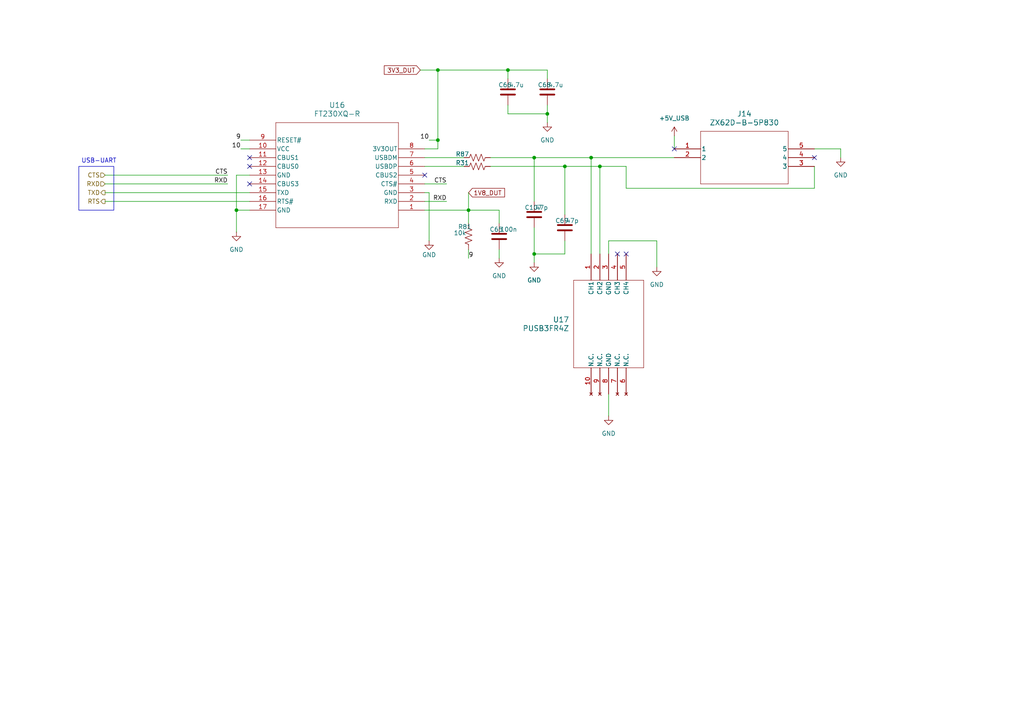
<source format=kicad_sch>
(kicad_sch (version 20231120) (generator "eeschema") (generator_version "8.0")
  (paper "A4")
  (lib_symbols
    (symbol "Device:C" (pin_numbers hide) (pin_names (offset 0.254))
      (property "Reference" "C" (at 0.635 2.54 0))
      (property "Value" "C" (at 0.635 -2.54 0))
      (symbol "C_0_1"
        (polyline (pts (xy -2.032 -0.762) (xy 2.032 -0.762)) (stroke (width 0.508)))
        (polyline (pts (xy -2.032 0.762) (xy 2.032 0.762)) (stroke (width 0.508)))
      )
      (symbol "C_1_1"
        (pin passive line (at 0 3.81 270) (length 2.794) (name "~") (number "1"))
        (pin passive line (at 0 -3.81 90) (length 2.794) (name "~") (number "2"))
      )
    )
    (symbol "Device:R_US" (pin_numbers hide) (pin_names (offset 0))
      (property "Reference" "R" (at 2.54 0 90))
      (property "Value" "R_US" (at -2.54 0 90))
      (symbol "R_US_0_1"
        (polyline (pts (xy 0 -2.286) (xy 0 -2.54)))
        (polyline (pts (xy 0 2.286) (xy 0 2.54)))
        (polyline (pts (xy 0 -0.762) (xy 1.016 -1.143) (xy 0 -1.524) (xy -1.016 -1.905) (xy 0 -2.286)))
        (polyline (pts (xy 0 0.762) (xy 1.016 0.381) (xy 0 0) (xy -1.016 -0.381) (xy 0 -0.762)))
        (polyline (pts (xy 0 2.286) (xy 1.016 1.905) (xy 0 1.524) (xy -1.016 1.143) (xy 0 0.762)))
      )
      (symbol "R_US_1_1"
        (pin passive line (at 0 3.81 270) (length 1.27) (name "~") (number "1"))
        (pin passive line (at 0 -3.81 90) (length 1.27) (name "~") (number "2"))
      )
    )
    (symbol "PSEC5_ctrlbd:FT230XQ-R" (pin_names (offset 0.254))
      (property "Reference" "U" (at 25.4 10.16 0))
      (property "Value" "FT230XQ-R" (at 25.4 7.62 0))
      (symbol "FT230XQ-R_0_1"
        (polyline (pts (xy 7.62 -25.4) (xy 43.18 -25.4)) (stroke (width 0.127)))
        (polyline (pts (xy 7.62 5.08) (xy 7.62 -25.4)) (stroke (width 0.127)))
        (polyline (pts (xy 43.18 -25.4) (xy 43.18 5.08)) (stroke (width 0.127)))
        (polyline (pts (xy 43.18 5.08) (xy 7.62 5.08)) (stroke (width 0.127)))
        (pin power_in line (at 0 0 0) (length 7.62) (name "") (number "1"))
        (pin power_in line (at 50.8 -17.78 180) (length 7.62) (name "VCC") (number "10"))
        (pin bidirectional line (at 50.8 -15.24 180) (length 7.62) (name "CBUS1") (number "11"))
        (pin bidirectional line (at 50.8 -12.7 180) (length 7.62) (name "CBUS0") (number "12"))
        (pin power_out line (at 50.8 -10.16 180) (length 7.62) (name "GND") (number "13"))
        (pin bidirectional line (at 50.8 -7.62 180) (length 7.62) (name "CBUS3") (number "14"))
        (pin output line (at 50.8 -5.08 180) (length 7.62) (name "TXD") (number "15"))
        (pin output line (at 50.8 -2.54 180) (length 7.62) (name "RTS#") (number "16"))
        (pin power_out line (at 50.8 0 180) (length 7.62) (name "GND") (number "17"))
        (pin input line (at 0 -2.54 0) (length 7.62) (name "RXD") (number "2"))
        (pin power_out line (at 0 -5.08 0) (length 7.62) (name "GND") (number "3"))
        (pin input line (at 0 -7.62 0) (length 7.62) (name "CTS#") (number "4"))
        (pin bidirectional line (at 0 -10.16 0) (length 7.62) (name "CBUS2") (number "5"))
        (pin input line (at 0 -12.7 0) (length 7.62) (name "USBDP") (number "6"))
        (pin input line (at 0 -15.24 0) (length 7.62) (name "USBDM") (number "7"))
        (pin output line (at 0 -17.78 0) (length 7.62) (name "3V3OUT") (number "8"))
        (pin input line (at 50.8 -20.32 180) (length 7.62) (name "RESET#") (number "9"))
      )
    )
    (symbol "PSEC5_ctrlbd:PUSB3FR4Z" (pin_names (offset 0.254))
      (property "Reference" "U" (at 20.32 10.16 0))
      (property "Value" "PUSB3FR4Z" (at 20.32 7.62 0))
      (symbol "PUSB3FR4Z_1_1"
        (polyline (pts (xy 7.62 -15.24) (xy 33.02 -15.24)) (stroke (width 0.127)))
        (polyline (pts (xy 7.62 5.08) (xy 7.62 -15.24)) (stroke (width 0.127)))
        (polyline (pts (xy 33.02 -15.24) (xy 33.02 5.08)) (stroke (width 0.127)))
        (polyline (pts (xy 33.02 5.08) (xy 7.62 5.08)) (stroke (width 0.127)))
        (pin bidirectional line (at 0 0 0) (length 7.62) (name "CH1") (number "1"))
        (pin no_connect line (at 40.64 0 180) (length 7.62) (name "N.C.") (number "10"))
        (pin bidirectional line (at 0 -2.54 0) (length 7.62) (name "CH2") (number "2"))
        (pin power_out line (at 0 -5.08 0) (length 7.62) (name "GND") (number "3"))
        (pin bidirectional line (at 0 -7.62 0) (length 7.62) (name "CH3") (number "4"))
        (pin bidirectional line (at 0 -10.16 0) (length 7.62) (name "CH4") (number "5"))
        (pin no_connect line (at 40.64 -10.16 180) (length 7.62) (name "N.C.") (number "6"))
        (pin no_connect line (at 40.64 -7.62 180) (length 7.62) (name "N.C.") (number "7"))
        (pin power_out line (at 40.64 -5.08 180) (length 7.62) (name "GND") (number "8"))
        (pin no_connect line (at 40.64 -2.54 180) (length 7.62) (name "N.C.") (number "9"))
      )
    )
    (symbol "PSEC5_ctrlbd:ZX62D-B-5P830" (pin_names (offset 0.254))
      (property "Reference" "J" (at 20.32 10.16 0))
      (property "Value" "ZX62D-B-5P830" (at 20.32 7.62 0))
      (symbol "ZX62D-B-5P830_1_1"
        (polyline (pts (xy 7.62 -10.16) (xy 33.02 -10.16)) (stroke (width 0.127)))
        (polyline (pts (xy 7.62 5.08) (xy 7.62 -10.16)) (stroke (width 0.127)))
        (polyline (pts (xy 33.02 -10.16) (xy 33.02 5.08)) (stroke (width 0.127)))
        (polyline (pts (xy 33.02 5.08) (xy 7.62 5.08)) (stroke (width 0.127)))
        (pin unspecified line (at 0 0 0) (length 7.62) (name "1") (number "1"))
        (pin unspecified line (at 0 -2.54 0) (length 7.62) (name "2") (number "2"))
        (pin unspecified line (at 40.64 -5.08 180) (length 7.62) (name "3") (number "3"))
        (pin unspecified line (at 40.64 -2.54 180) (length 7.62) (name "4") (number "4"))
        (pin unspecified line (at 40.64 0 180) (length 7.62) (name "5") (number "5"))
      )
    )
    (symbol "power:+5V" (power) (pin_numbers hide) (pin_names (offset 0) hide)
      (property "Value" "+5V" (at 0 3.556 0))
      (symbol "+5V_0_1"
        (polyline (pts (xy -0.762 1.27) (xy 0 2.54)))
        (polyline (pts (xy 0 0) (xy 0 2.54)))
        (polyline (pts (xy 0 2.54) (xy 0.762 1.27)))
      )
      (symbol "+5V_1_1"
        (pin power_in line (at 0 0 90) (length 0) (name "~") (number "1"))
      )
    )
    (symbol "power:GND" (power) (pin_numbers hide) (pin_names (offset 0) hide)
      (property "Value" "GND" (at 0 -3.81 0))
      (symbol "GND_0_1"
        (polyline (pts (xy 0 0) (xy 0 -1.27) (xy 1.27 -1.27) (xy 0 -2.54) (xy -1.27 -1.27) (xy 0 -1.27)))
      )
      (symbol "GND_1_1"
        (pin power_in line (at 0 0 270) (length 0) (name "~") (number "1"))
      )
    )
  )
  (junction (at 68.58 60.96))
  (junction (at 158.75 33.02))
  (junction (at 147.32 20.32))
  (junction (at 154.94 73.66))
  (junction (at 135.89 60.96))
  (junction (at 154.94 45.72))
  (junction (at 127 40.64))
  (junction (at 173.99 48.26))
  (junction (at 163.83 48.26))
  (junction (at 127 20.32))
  (junction (at 171.45 45.72))
  (no_connect (at 72.39 45.72))
  (no_connect (at 179.07 73.66))
  (no_connect (at 236.22 45.72))
  (no_connect (at 123.19 50.8))
  (no_connect (at 72.39 53.34))
  (no_connect (at 72.39 48.26))
  (no_connect (at 195.58 43.18))
  (no_connect (at 181.61 73.66))
  (wire (pts (xy 123.19 55.88) (xy 124.46 55.88)))
  (wire (pts (xy 190.5 69.85) (xy 190.5 77.47)))
  (wire (pts (xy 147.32 20.32) (xy 147.32 22.86)))
  (wire (pts (xy 127 40.64) (xy 127 43.18)))
  (wire (pts (xy 123.19 58.42) (xy 129.54 58.42)))
  (wire (pts (xy 163.83 48.26) (xy 173.99 48.26)))
  (wire (pts (xy 127 20.32) (xy 147.32 20.32)))
  (wire (pts (xy 154.94 66.04) (xy 154.94 73.66)))
  (wire (pts (xy 30.48 50.8) (xy 66.04 50.8)))
  (wire (pts (xy 124.46 40.64) (xy 127 40.64)))
  (wire (pts (xy 147.32 33.02) (xy 158.75 33.02)))
  (wire (pts (xy 236.22 54.61) (xy 181.61 54.61)))
  (wire (pts (xy 68.58 50.8) (xy 68.58 60.96)))
  (wire (pts (xy 30.48 53.34) (xy 66.04 53.34)))
  (wire (pts (xy 144.78 72.39) (xy 144.78 74.93)))
  (wire (pts (xy 30.48 55.88) (xy 72.39 55.88)))
  (wire (pts (xy 158.75 33.02) (xy 158.75 30.48)))
  (wire (pts (xy 171.45 45.72) (xy 195.58 45.72)))
  (wire (pts (xy 163.83 48.26) (xy 163.83 62.23)))
  (wire (pts (xy 171.45 45.72) (xy 171.45 73.66)))
  (wire (pts (xy 236.22 54.61) (xy 236.22 48.26)))
  (wire (pts (xy 163.83 73.66) (xy 154.94 73.66)))
  (wire (pts (xy 181.61 48.26) (xy 173.99 48.26)))
  (wire (pts (xy 173.99 48.26) (xy 173.99 73.66)))
  (wire (pts (xy 181.61 54.61) (xy 181.61 48.26)))
  (wire (pts (xy 154.94 45.72) (xy 154.94 58.42)))
  (wire (pts (xy 123.19 48.26) (xy 134.62 48.26)))
  (wire (pts (xy 163.83 69.85) (xy 163.83 73.66)))
  (wire (pts (xy 127 20.32) (xy 127 40.64)))
  (wire (pts (xy 68.58 60.96) (xy 72.39 60.96)))
  (wire (pts (xy 142.24 48.26) (xy 163.83 48.26)))
  (wire (pts (xy 236.22 43.18) (xy 243.84 43.18)))
  (wire (pts (xy 68.58 50.8) (xy 72.39 50.8)))
  (wire (pts (xy 147.32 30.48) (xy 147.32 33.02)))
  (wire (pts (xy 135.89 60.96) (xy 144.78 60.96)))
  (wire (pts (xy 147.32 20.32) (xy 158.75 20.32)))
  (wire (pts (xy 142.24 45.72) (xy 154.94 45.72)))
  (wire (pts (xy 123.19 53.34) (xy 129.54 53.34)))
  (wire (pts (xy 135.89 60.96) (xy 135.89 64.77)))
  (wire (pts (xy 121.92 20.32) (xy 127 20.32)))
  (wire (pts (xy 69.85 40.64) (xy 72.39 40.64)))
  (wire (pts (xy 144.78 60.96) (xy 144.78 64.77)))
  (wire (pts (xy 135.89 55.88) (xy 135.89 60.96)))
  (wire (pts (xy 158.75 20.32) (xy 158.75 22.86)))
  (wire (pts (xy 195.58 39.37) (xy 195.58 43.18)))
  (wire (pts (xy 135.89 72.39) (xy 135.89 74.93)))
  (wire (pts (xy 176.53 69.85) (xy 190.5 69.85)))
  (wire (pts (xy 123.19 45.72) (xy 134.62 45.72)))
  (wire (pts (xy 176.53 73.66) (xy 176.53 69.85)))
  (wire (pts (xy 123.19 60.96) (xy 135.89 60.96)))
  (wire (pts (xy 69.85 43.18) (xy 72.39 43.18)))
  (wire (pts (xy 124.46 55.88) (xy 124.46 69.85)))
  (wire (pts (xy 30.48 58.42) (xy 72.39 58.42)))
  (wire (pts (xy 176.53 114.3) (xy 176.53 120.65)))
  (wire (pts (xy 154.94 45.72) (xy 171.45 45.72)))
  (wire (pts (xy 123.19 43.18) (xy 127 43.18)))
  (wire (pts (xy 158.75 33.02) (xy 158.75 35.56)))
  (wire (pts (xy 68.58 60.96) (xy 68.58 67.31)))
  (wire (pts (xy 154.94 73.66) (xy 154.94 76.2)))
  (wire (pts (xy 243.84 43.18) (xy 243.84 45.72)))
  (rectangle (start 22.86 48.26) (end 33.02 60.96))
  (text "USB-UART" (at 28.702 46.736 0) (effects (font (size 1.27 1.27))))
  (label "10" (at 124.46 40.64 180))
  (label "9" (at 69.85 40.64 180))
  (label "CTS" (at 129.54 53.34 180))
  (label "CTS" (at 66.04 50.8 180))
  (label "RXD" (at 66.04 53.34 180))
  (label "RXD" (at 129.54 58.42 180))
  (label "9" (at 135.89 74.93 0))
  (label "10" (at 69.85 43.18 180))
  (global_label "1V8_DUT" (shape input) (at 135.89 55.88 0) (property "Intersheetrefs" "${INTERSHEET_REFS}" (effects (hide yes))))
  (global_label "3V3_DUT" (shape input) (at 121.92 20.32 180) (property "Intersheetrefs" "${INTERSHEET_REFS}" (effects (hide yes))))
  (hierarchical_label "RTS" (shape output) (at 30.48 58.42 180))
  (hierarchical_label "RXD" (shape input) (at 30.48 53.34 180))
  (hierarchical_label "CTS" (shape input) (at 30.48 50.8 180))
  (hierarchical_label "TXD" (shape output) (at 30.48 55.88 180))
  (symbol (lib_id "Device:R_US") (at 138.43 45.72 90) (unit 1)
    (property "Reference" "R87" (at 134.112 44.704 90))
    (property "Value" "R_US" (effects (hide yes)))
    (property "Footprint" "Resistor_SMD:R_0603_1608Metric" (effects (hide yes)))
    (property "Description" "Resistor, US symbol" (effects (hide yes)))
  )
  (symbol (lib_id "Device:R_US") (at 138.43 48.26 90) (unit 1)
    (property "Reference" "R31" (at 134.112 47.244 90))
    (property "Value" "R_US" (effects (hide yes)))
    (property "Footprint" "Resistor_SMD:R_0603_1608Metric" (effects (hide yes)))
    (property "Description" "Resistor, US symbol" (effects (hide yes)))
  )
  (symbol (lib_id "power:+5V") (at 195.58 39.37 0) (unit 1)
    (property "Reference" "#PWR0104" (effects (hide yes)))
    (property "Value" "+5V_USB" (at 195.58 34.29 0))
    (property "Description" "Power symbol creates a global label with name \"+5V\"" (effects (hide yes)))
  )
  (symbol (lib_id "power:GND") (at 154.94 76.2 0) (unit 1)
    (property "Reference" "#PWR0100" (effects (hide yes)))
    (property "Value" "GND" (at 154.94 81.28 0))
    (property "Description" "Power symbol creates a global label with name \"GND\" , ground" (effects (hide yes)))
  )
  (symbol (lib_id "Device:C") (at 144.78 68.58 0) (unit 1)
    (property "Reference" "C65" (at 141.986 66.548 0) (effects (justify left)))
    (property "Value" "100n" (at 145.034 66.548 0) (effects (justify left)))
    (property "Footprint" "Capacitor_SMD:C_0603_1608Metric" (effects (hide yes)))
    (property "Description" "Unpolarized capacitor" (effects (hide yes)))
  )
  (symbol (lib_id "power:GND") (at 190.5 77.47 0) (unit 1)
    (property "Reference" "#PWR0103" (effects (hide yes)))
    (property "Value" "GND" (at 190.5 82.55 0))
    (property "Description" "Power symbol creates a global label with name \"GND\" , ground" (effects (hide yes)))
  )
  (symbol (lib_id "power:GND") (at 158.75 35.56 0) (unit 1)
    (property "Reference" "#PWR0101" (effects (hide yes)))
    (property "Value" "GND" (at 158.75 40.64 0))
    (property "Description" "Power symbol creates a global label with name \"GND\" , ground" (effects (hide yes)))
  )
  (symbol (lib_id "power:GND") (at 176.53 120.65 0) (unit 1)
    (property "Reference" "#PWR0102" (effects (hide yes)))
    (property "Value" "GND" (at 176.53 125.73 0))
    (property "Description" "Power symbol creates a global label with name \"GND\" , ground" (effects (hide yes)))
  )
  (symbol (lib_id "PSEC5_ctrlbd:PUSB3FR4Z") (at 171.45 73.66 90) (mirror x) (unit 1)
    (property "Reference" "U17" (at 165.1 92.7099 90) (effects (font (size 1.524 1.524)) (justify left)))
    (property "Value" "PUSB3FR4Z" (at 165.1 95.2499 90) (effects (font (size 1.524 1.524)) (justify left)))
    (property "Footprint" "U_PUSB3FR4Z_NEX" (effects (hide yes)))
    (property "Datasheet" "PUSB3FR4Z" (effects (hide yes)))
  )
  (symbol (lib_id "power:GND") (at 243.84 45.72 0) (unit 1)
    (property "Reference" "#PWR0105" (effects (hide yes)))
    (property "Value" "GND" (at 243.84 50.8 0))
    (property "Description" "Power symbol creates a global label with name \"GND\" , ground" (effects (hide yes)))
  )
  (symbol (lib_id "Device:C") (at 154.94 62.23 0) (unit 1)
    (property "Reference" "C107" (at 152.146 60.198 0) (effects (justify left)))
    (property "Value" "47p" (at 155.194 60.198 0) (effects (justify left)))
    (property "Footprint" "Capacitor_SMD:C_0603_1608Metric" (effects (hide yes)))
    (property "Description" "Unpolarized capacitor" (effects (hide yes)))
  )
  (symbol (lib_id "power:GND") (at 144.78 74.93 0) (unit 1)
    (property "Reference" "#PWR099" (effects (hide yes)))
    (property "Value" "GND" (at 144.78 80.01 0))
    (property "Description" "Power symbol creates a global label with name \"GND\" , ground" (effects (hide yes)))
  )
  (symbol (lib_id "Device:C") (at 163.83 66.04 0) (unit 1)
    (property "Reference" "C69" (at 161.036 64.008 0) (effects (justify left)))
    (property "Value" "47p" (at 164.084 64.008 0) (effects (justify left)))
    (property "Footprint" "Capacitor_SMD:C_0603_1608Metric" (effects (hide yes)))
    (property "Description" "Unpolarized capacitor" (effects (hide yes)))
  )
  (symbol (lib_id "power:GND") (at 124.46 69.85 0) (unit 1)
    (property "Reference" "#PWR046" (effects (hide yes)))
    (property "Value" "GND" (at 124.46 73.914 0))
    (property "Description" "Power symbol creates a global label with name \"GND\" , ground" (effects (hide yes)))
  )
  (symbol (lib_id "Device:C") (at 147.32 26.67 0) (unit 1)
    (property "Reference" "C66" (at 144.526 24.638 0) (effects (justify left)))
    (property "Value" "4.7u" (at 147.574 24.638 0) (effects (justify left)))
    (property "Footprint" "Capacitor_SMD:C_0603_1608Metric" (effects (hide yes)))
    (property "Description" "Unpolarized capacitor" (effects (hide yes)))
  )
  (symbol (lib_id "Device:C") (at 158.75 26.67 0) (unit 1)
    (property "Reference" "C68" (at 155.956 24.638 0) (effects (justify left)))
    (property "Value" "4.7u" (at 159.004 24.638 0) (effects (justify left)))
    (property "Footprint" "Capacitor_SMD:C_0603_1608Metric" (effects (hide yes)))
    (property "Description" "Unpolarized capacitor" (effects (hide yes)))
  )
  (symbol (lib_id "power:GND") (at 68.58 67.31 0) (unit 1)
    (property "Reference" "#PWR096" (effects (hide yes)))
    (property "Value" "GND" (at 68.58 72.39 0))
    (property "Description" "Power symbol creates a global label with name \"GND\" , ground" (effects (hide yes)))
  )
  (symbol (lib_id "PSEC5_ctrlbd:FT230XQ-R") (at 123.19 60.96 180) (unit 1)
    (property "Reference" "U16" (at 97.79 30.48 0) (effects (font (size 1.524 1.524))))
    (property "Value" "FT230XQ-R" (at 97.79 33.02 0) (effects (font (size 1.524 1.524))))
    (property "Footprint" "QFN-16_FTD" (effects (hide yes)))
    (property "Datasheet" "FT230XQ-R" (effects (hide yes)))
  )
  (symbol (lib_id "Device:R_US") (at 135.89 68.58 180) (unit 1)
    (property "Reference" "R81" (at 132.842 65.786 0) (effects (justify right)))
    (property "Value" "10k" (at 131.572 67.564 0) (effects (justify right)))
    (property "Footprint" "Resistor_SMD:R_0603_1608Metric" (effects (hide yes)))
    (property "Description" "Resistor, US symbol" (effects (hide yes)))
  )
  (symbol (lib_id "PSEC5_ctrlbd:ZX62D-B-5P830") (at 195.58 43.18 0) (unit 1)
    (property "Reference" "J14" (at 215.9 33.02 0) (effects (font (size 1.524 1.524))))
    (property "Value" "ZX62D-B-5P830" (at 215.9 35.56 0) (effects (font (size 1.524 1.524))))
    (property "Footprint" "ZX62D-B-5P830_HIR" (effects (hide yes)))
    (property "Datasheet" "ZX62D-B-5P830" (effects (hide yes)))
  )
)
</source>
